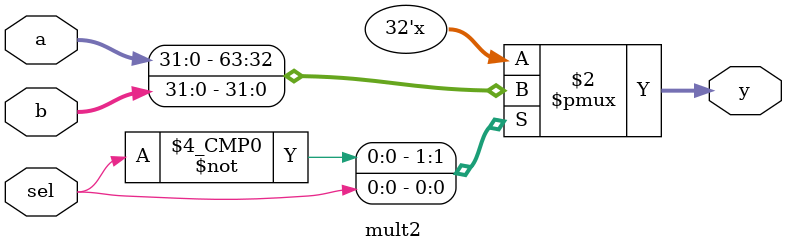
<source format=sv>
module mult2(
  input var logic sel,
  input var logic [31:0] a,
  input var logic [31:0] b,
  output var logic [31:0] y
);

always_comb begin
  case (sel)
    0: y <= a;
    1: y <= b;
  endcase
end

endmodule
</source>
